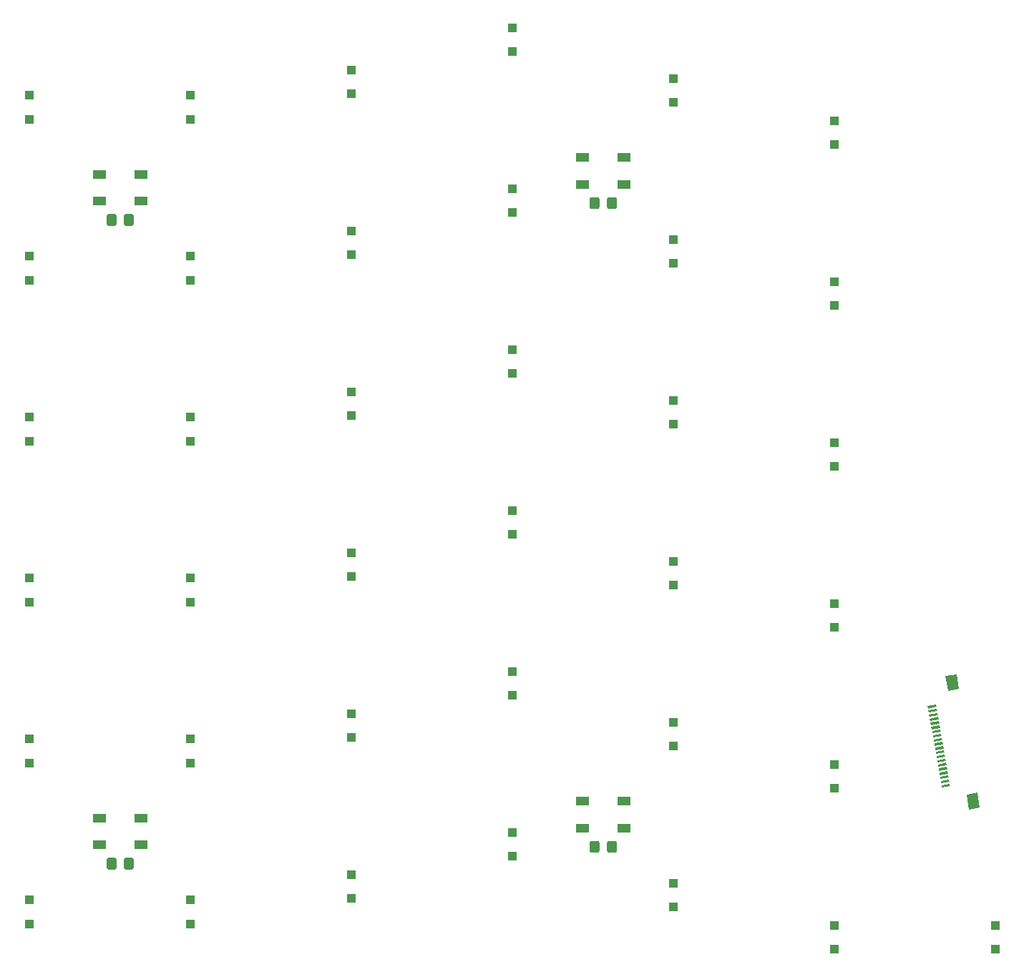
<source format=gbp>
G04 #@! TF.GenerationSoftware,KiCad,Pcbnew,5.1.5+dfsg1-2build2*
G04 #@! TF.CreationDate,2020-05-17T17:42:05-07:00*
G04 #@! TF.ProjectId,triad_left,74726961-645f-46c6-9566-742e6b696361,rev?*
G04 #@! TF.SameCoordinates,Original*
G04 #@! TF.FileFunction,Paste,Bot*
G04 #@! TF.FilePolarity,Positive*
%FSLAX46Y46*%
G04 Gerber Fmt 4.6, Leading zero omitted, Abs format (unit mm)*
G04 Created by KiCad (PCBNEW 5.1.5+dfsg1-2build2) date 2020-05-17 17:42:05*
%MOMM*%
%LPD*%
G04 APERTURE LIST*
%ADD10R,1.100000X1.100000*%
%ADD11R,1.500000X1.000000*%
%ADD12C,0.100000*%
G04 APERTURE END LIST*
D10*
X47562500Y-36275000D03*
X47562500Y-33475000D03*
X66612500Y-33475000D03*
X66612500Y-36275000D03*
X85662500Y-33275000D03*
X85662500Y-30475000D03*
X104712500Y-28275000D03*
X104712500Y-25475000D03*
X123762500Y-34275000D03*
X123762500Y-31475000D03*
X142812500Y-36475000D03*
X142812500Y-39275000D03*
X47562500Y-55325000D03*
X47562500Y-52525000D03*
X66612500Y-52525000D03*
X66612500Y-55325000D03*
X85662500Y-52325000D03*
X85662500Y-49525000D03*
X104712500Y-44525000D03*
X104712500Y-47325000D03*
X123762500Y-53325000D03*
X123762500Y-50525000D03*
X142812500Y-55525000D03*
X142812500Y-58325000D03*
X47562500Y-74375000D03*
X47562500Y-71575000D03*
X66612500Y-71575000D03*
X66612500Y-74375000D03*
X85662500Y-68575000D03*
X85662500Y-71375000D03*
X104712500Y-66374999D03*
X104712500Y-63574999D03*
X123762500Y-69575000D03*
X123762500Y-72375000D03*
X142812500Y-77375000D03*
X142812500Y-74575000D03*
X47562500Y-93425000D03*
X47562500Y-90625000D03*
X66612500Y-90625000D03*
X66612500Y-93425000D03*
X85662500Y-87625000D03*
X85662500Y-90425000D03*
X104712500Y-85425000D03*
X104712500Y-82625000D03*
X123762500Y-88625000D03*
X123762500Y-91425000D03*
X142812500Y-96425000D03*
X142812500Y-93625000D03*
X47562500Y-109675000D03*
X47562500Y-112475000D03*
X66612500Y-112475000D03*
X66612500Y-109675000D03*
X85662500Y-106675000D03*
X85662500Y-109475000D03*
X104712500Y-104475000D03*
X104712500Y-101675000D03*
X123762500Y-107675000D03*
X123762500Y-110475000D03*
X142812500Y-115475000D03*
X142812500Y-112675000D03*
X161862499Y-131725000D03*
X161862499Y-134525000D03*
X47562500Y-128725000D03*
X47562500Y-131525000D03*
X66612500Y-131525000D03*
X66612500Y-128725000D03*
X85662500Y-125725000D03*
X85662500Y-128525000D03*
X104712500Y-123525000D03*
X104712500Y-120725000D03*
X123762500Y-126725000D03*
X123762500Y-129525000D03*
X142812500Y-134525000D03*
X142812500Y-131725000D03*
D11*
X117950000Y-117000000D03*
X117950000Y-120200000D03*
X113050000Y-117000000D03*
X113050000Y-120200000D03*
X55900000Y-122200000D03*
X55900000Y-119000000D03*
X60800000Y-122200000D03*
X60800000Y-119000000D03*
X55900000Y-46000000D03*
X55900000Y-42800000D03*
X60800000Y-46000000D03*
X60800000Y-42800000D03*
X117950000Y-40800000D03*
X117950000Y-44000000D03*
X113050000Y-40800000D03*
X113050000Y-44000000D03*
D12*
G36*
X155534812Y-115104402D02*
G01*
X156519620Y-114930754D01*
X156570846Y-115221272D01*
X155586038Y-115394920D01*
X155534812Y-115104402D01*
G37*
G36*
X155447988Y-114611998D02*
G01*
X156432796Y-114438350D01*
X156484022Y-114728868D01*
X155499214Y-114902516D01*
X155447988Y-114611998D01*
G37*
G36*
X155361164Y-114119594D02*
G01*
X156345972Y-113945946D01*
X156397198Y-114236464D01*
X155412390Y-114410112D01*
X155361164Y-114119594D01*
G37*
G36*
X155274340Y-113627190D02*
G01*
X156259148Y-113453542D01*
X156310374Y-113744060D01*
X155325566Y-113917708D01*
X155274340Y-113627190D01*
G37*
G36*
X155187515Y-113134786D02*
G01*
X156172323Y-112961138D01*
X156223549Y-113251656D01*
X155238741Y-113425304D01*
X155187515Y-113134786D01*
G37*
G36*
X155100691Y-112642382D02*
G01*
X156085499Y-112468734D01*
X156136725Y-112759252D01*
X155151917Y-112932900D01*
X155100691Y-112642382D01*
G37*
G36*
X155013867Y-112149979D02*
G01*
X155998675Y-111976331D01*
X156049901Y-112266849D01*
X155065093Y-112440497D01*
X155013867Y-112149979D01*
G37*
G36*
X154927043Y-111657575D02*
G01*
X155911851Y-111483927D01*
X155963077Y-111774445D01*
X154978269Y-111948093D01*
X154927043Y-111657575D01*
G37*
G36*
X154840219Y-111165171D02*
G01*
X155825027Y-110991523D01*
X155876253Y-111282041D01*
X154891445Y-111455689D01*
X154840219Y-111165171D01*
G37*
G36*
X154753395Y-110672767D02*
G01*
X155738203Y-110499119D01*
X155789429Y-110789637D01*
X154804621Y-110963285D01*
X154753395Y-110672767D01*
G37*
G36*
X154666571Y-110180363D02*
G01*
X155651379Y-110006715D01*
X155702605Y-110297233D01*
X154717797Y-110470881D01*
X154666571Y-110180363D01*
G37*
G36*
X154579747Y-109687959D02*
G01*
X155564555Y-109514311D01*
X155615781Y-109804829D01*
X154630973Y-109978477D01*
X154579747Y-109687959D01*
G37*
G36*
X154492923Y-109195555D02*
G01*
X155477731Y-109021907D01*
X155528957Y-109312425D01*
X154544149Y-109486073D01*
X154492923Y-109195555D01*
G37*
G36*
X154406099Y-108703151D02*
G01*
X155390907Y-108529503D01*
X155442133Y-108820021D01*
X154457325Y-108993669D01*
X154406099Y-108703151D01*
G37*
G36*
X154319275Y-108210748D02*
G01*
X155304083Y-108037100D01*
X155355309Y-108327618D01*
X154370501Y-108501266D01*
X154319275Y-108210748D01*
G37*
G36*
X154232451Y-107718344D02*
G01*
X155217259Y-107544696D01*
X155268485Y-107835214D01*
X154283677Y-108008862D01*
X154232451Y-107718344D01*
G37*
G36*
X154145626Y-107225940D02*
G01*
X155130434Y-107052292D01*
X155181660Y-107342810D01*
X154196852Y-107516458D01*
X154145626Y-107225940D01*
G37*
G36*
X154058802Y-106733536D02*
G01*
X155043610Y-106559888D01*
X155094836Y-106850406D01*
X154110028Y-107024054D01*
X154058802Y-106733536D01*
G37*
G36*
X153971978Y-106241132D02*
G01*
X154956786Y-106067484D01*
X155008012Y-106358002D01*
X154023204Y-106531650D01*
X153971978Y-106241132D01*
G37*
G36*
X153885154Y-105748728D02*
G01*
X154869962Y-105575080D01*
X154921188Y-105865598D01*
X153936380Y-106039246D01*
X153885154Y-105748728D01*
G37*
G36*
X156005391Y-102224512D02*
G01*
X157285642Y-101998770D01*
X157592131Y-103736956D01*
X156311880Y-103962698D01*
X156005391Y-102224512D01*
G37*
G36*
X158477273Y-116243250D02*
G01*
X159757524Y-116017508D01*
X160064013Y-117755694D01*
X158783762Y-117981436D01*
X158477273Y-116243250D01*
G37*
G36*
X116874505Y-121711204D02*
G01*
X116898773Y-121714804D01*
X116922572Y-121720765D01*
X116945671Y-121729030D01*
X116967850Y-121739520D01*
X116988893Y-121752132D01*
X117008599Y-121766747D01*
X117026777Y-121783223D01*
X117043253Y-121801401D01*
X117057868Y-121821107D01*
X117070480Y-121842150D01*
X117080970Y-121864329D01*
X117089235Y-121887428D01*
X117095196Y-121911227D01*
X117098796Y-121935495D01*
X117100000Y-121959999D01*
X117100000Y-122860001D01*
X117098796Y-122884505D01*
X117095196Y-122908773D01*
X117089235Y-122932572D01*
X117080970Y-122955671D01*
X117070480Y-122977850D01*
X117057868Y-122998893D01*
X117043253Y-123018599D01*
X117026777Y-123036777D01*
X117008599Y-123053253D01*
X116988893Y-123067868D01*
X116967850Y-123080480D01*
X116945671Y-123090970D01*
X116922572Y-123099235D01*
X116898773Y-123105196D01*
X116874505Y-123108796D01*
X116850001Y-123110000D01*
X116199999Y-123110000D01*
X116175495Y-123108796D01*
X116151227Y-123105196D01*
X116127428Y-123099235D01*
X116104329Y-123090970D01*
X116082150Y-123080480D01*
X116061107Y-123067868D01*
X116041401Y-123053253D01*
X116023223Y-123036777D01*
X116006747Y-123018599D01*
X115992132Y-122998893D01*
X115979520Y-122977850D01*
X115969030Y-122955671D01*
X115960765Y-122932572D01*
X115954804Y-122908773D01*
X115951204Y-122884505D01*
X115950000Y-122860001D01*
X115950000Y-121959999D01*
X115951204Y-121935495D01*
X115954804Y-121911227D01*
X115960765Y-121887428D01*
X115969030Y-121864329D01*
X115979520Y-121842150D01*
X115992132Y-121821107D01*
X116006747Y-121801401D01*
X116023223Y-121783223D01*
X116041401Y-121766747D01*
X116061107Y-121752132D01*
X116082150Y-121739520D01*
X116104329Y-121729030D01*
X116127428Y-121720765D01*
X116151227Y-121714804D01*
X116175495Y-121711204D01*
X116199999Y-121710000D01*
X116850001Y-121710000D01*
X116874505Y-121711204D01*
G37*
G36*
X114824505Y-121711204D02*
G01*
X114848773Y-121714804D01*
X114872572Y-121720765D01*
X114895671Y-121729030D01*
X114917850Y-121739520D01*
X114938893Y-121752132D01*
X114958599Y-121766747D01*
X114976777Y-121783223D01*
X114993253Y-121801401D01*
X115007868Y-121821107D01*
X115020480Y-121842150D01*
X115030970Y-121864329D01*
X115039235Y-121887428D01*
X115045196Y-121911227D01*
X115048796Y-121935495D01*
X115050000Y-121959999D01*
X115050000Y-122860001D01*
X115048796Y-122884505D01*
X115045196Y-122908773D01*
X115039235Y-122932572D01*
X115030970Y-122955671D01*
X115020480Y-122977850D01*
X115007868Y-122998893D01*
X114993253Y-123018599D01*
X114976777Y-123036777D01*
X114958599Y-123053253D01*
X114938893Y-123067868D01*
X114917850Y-123080480D01*
X114895671Y-123090970D01*
X114872572Y-123099235D01*
X114848773Y-123105196D01*
X114824505Y-123108796D01*
X114800001Y-123110000D01*
X114149999Y-123110000D01*
X114125495Y-123108796D01*
X114101227Y-123105196D01*
X114077428Y-123099235D01*
X114054329Y-123090970D01*
X114032150Y-123080480D01*
X114011107Y-123067868D01*
X113991401Y-123053253D01*
X113973223Y-123036777D01*
X113956747Y-123018599D01*
X113942132Y-122998893D01*
X113929520Y-122977850D01*
X113919030Y-122955671D01*
X113910765Y-122932572D01*
X113904804Y-122908773D01*
X113901204Y-122884505D01*
X113900000Y-122860001D01*
X113900000Y-121959999D01*
X113901204Y-121935495D01*
X113904804Y-121911227D01*
X113910765Y-121887428D01*
X113919030Y-121864329D01*
X113929520Y-121842150D01*
X113942132Y-121821107D01*
X113956747Y-121801401D01*
X113973223Y-121783223D01*
X113991401Y-121766747D01*
X114011107Y-121752132D01*
X114032150Y-121739520D01*
X114054329Y-121729030D01*
X114077428Y-121720765D01*
X114101227Y-121714804D01*
X114125495Y-121711204D01*
X114149999Y-121710000D01*
X114800001Y-121710000D01*
X114824505Y-121711204D01*
G37*
G36*
X57674505Y-123711204D02*
G01*
X57698773Y-123714804D01*
X57722572Y-123720765D01*
X57745671Y-123729030D01*
X57767850Y-123739520D01*
X57788893Y-123752132D01*
X57808599Y-123766747D01*
X57826777Y-123783223D01*
X57843253Y-123801401D01*
X57857868Y-123821107D01*
X57870480Y-123842150D01*
X57880970Y-123864329D01*
X57889235Y-123887428D01*
X57895196Y-123911227D01*
X57898796Y-123935495D01*
X57900000Y-123959999D01*
X57900000Y-124860001D01*
X57898796Y-124884505D01*
X57895196Y-124908773D01*
X57889235Y-124932572D01*
X57880970Y-124955671D01*
X57870480Y-124977850D01*
X57857868Y-124998893D01*
X57843253Y-125018599D01*
X57826777Y-125036777D01*
X57808599Y-125053253D01*
X57788893Y-125067868D01*
X57767850Y-125080480D01*
X57745671Y-125090970D01*
X57722572Y-125099235D01*
X57698773Y-125105196D01*
X57674505Y-125108796D01*
X57650001Y-125110000D01*
X56999999Y-125110000D01*
X56975495Y-125108796D01*
X56951227Y-125105196D01*
X56927428Y-125099235D01*
X56904329Y-125090970D01*
X56882150Y-125080480D01*
X56861107Y-125067868D01*
X56841401Y-125053253D01*
X56823223Y-125036777D01*
X56806747Y-125018599D01*
X56792132Y-124998893D01*
X56779520Y-124977850D01*
X56769030Y-124955671D01*
X56760765Y-124932572D01*
X56754804Y-124908773D01*
X56751204Y-124884505D01*
X56750000Y-124860001D01*
X56750000Y-123959999D01*
X56751204Y-123935495D01*
X56754804Y-123911227D01*
X56760765Y-123887428D01*
X56769030Y-123864329D01*
X56779520Y-123842150D01*
X56792132Y-123821107D01*
X56806747Y-123801401D01*
X56823223Y-123783223D01*
X56841401Y-123766747D01*
X56861107Y-123752132D01*
X56882150Y-123739520D01*
X56904329Y-123729030D01*
X56927428Y-123720765D01*
X56951227Y-123714804D01*
X56975495Y-123711204D01*
X56999999Y-123710000D01*
X57650001Y-123710000D01*
X57674505Y-123711204D01*
G37*
G36*
X59724505Y-123711204D02*
G01*
X59748773Y-123714804D01*
X59772572Y-123720765D01*
X59795671Y-123729030D01*
X59817850Y-123739520D01*
X59838893Y-123752132D01*
X59858599Y-123766747D01*
X59876777Y-123783223D01*
X59893253Y-123801401D01*
X59907868Y-123821107D01*
X59920480Y-123842150D01*
X59930970Y-123864329D01*
X59939235Y-123887428D01*
X59945196Y-123911227D01*
X59948796Y-123935495D01*
X59950000Y-123959999D01*
X59950000Y-124860001D01*
X59948796Y-124884505D01*
X59945196Y-124908773D01*
X59939235Y-124932572D01*
X59930970Y-124955671D01*
X59920480Y-124977850D01*
X59907868Y-124998893D01*
X59893253Y-125018599D01*
X59876777Y-125036777D01*
X59858599Y-125053253D01*
X59838893Y-125067868D01*
X59817850Y-125080480D01*
X59795671Y-125090970D01*
X59772572Y-125099235D01*
X59748773Y-125105196D01*
X59724505Y-125108796D01*
X59700001Y-125110000D01*
X59049999Y-125110000D01*
X59025495Y-125108796D01*
X59001227Y-125105196D01*
X58977428Y-125099235D01*
X58954329Y-125090970D01*
X58932150Y-125080480D01*
X58911107Y-125067868D01*
X58891401Y-125053253D01*
X58873223Y-125036777D01*
X58856747Y-125018599D01*
X58842132Y-124998893D01*
X58829520Y-124977850D01*
X58819030Y-124955671D01*
X58810765Y-124932572D01*
X58804804Y-124908773D01*
X58801204Y-124884505D01*
X58800000Y-124860001D01*
X58800000Y-123959999D01*
X58801204Y-123935495D01*
X58804804Y-123911227D01*
X58810765Y-123887428D01*
X58819030Y-123864329D01*
X58829520Y-123842150D01*
X58842132Y-123821107D01*
X58856747Y-123801401D01*
X58873223Y-123783223D01*
X58891401Y-123766747D01*
X58911107Y-123752132D01*
X58932150Y-123739520D01*
X58954329Y-123729030D01*
X58977428Y-123720765D01*
X59001227Y-123714804D01*
X59025495Y-123711204D01*
X59049999Y-123710000D01*
X59700001Y-123710000D01*
X59724505Y-123711204D01*
G37*
G36*
X57674505Y-47511204D02*
G01*
X57698773Y-47514804D01*
X57722572Y-47520765D01*
X57745671Y-47529030D01*
X57767850Y-47539520D01*
X57788893Y-47552132D01*
X57808599Y-47566747D01*
X57826777Y-47583223D01*
X57843253Y-47601401D01*
X57857868Y-47621107D01*
X57870480Y-47642150D01*
X57880970Y-47664329D01*
X57889235Y-47687428D01*
X57895196Y-47711227D01*
X57898796Y-47735495D01*
X57900000Y-47759999D01*
X57900000Y-48660001D01*
X57898796Y-48684505D01*
X57895196Y-48708773D01*
X57889235Y-48732572D01*
X57880970Y-48755671D01*
X57870480Y-48777850D01*
X57857868Y-48798893D01*
X57843253Y-48818599D01*
X57826777Y-48836777D01*
X57808599Y-48853253D01*
X57788893Y-48867868D01*
X57767850Y-48880480D01*
X57745671Y-48890970D01*
X57722572Y-48899235D01*
X57698773Y-48905196D01*
X57674505Y-48908796D01*
X57650001Y-48910000D01*
X56999999Y-48910000D01*
X56975495Y-48908796D01*
X56951227Y-48905196D01*
X56927428Y-48899235D01*
X56904329Y-48890970D01*
X56882150Y-48880480D01*
X56861107Y-48867868D01*
X56841401Y-48853253D01*
X56823223Y-48836777D01*
X56806747Y-48818599D01*
X56792132Y-48798893D01*
X56779520Y-48777850D01*
X56769030Y-48755671D01*
X56760765Y-48732572D01*
X56754804Y-48708773D01*
X56751204Y-48684505D01*
X56750000Y-48660001D01*
X56750000Y-47759999D01*
X56751204Y-47735495D01*
X56754804Y-47711227D01*
X56760765Y-47687428D01*
X56769030Y-47664329D01*
X56779520Y-47642150D01*
X56792132Y-47621107D01*
X56806747Y-47601401D01*
X56823223Y-47583223D01*
X56841401Y-47566747D01*
X56861107Y-47552132D01*
X56882150Y-47539520D01*
X56904329Y-47529030D01*
X56927428Y-47520765D01*
X56951227Y-47514804D01*
X56975495Y-47511204D01*
X56999999Y-47510000D01*
X57650001Y-47510000D01*
X57674505Y-47511204D01*
G37*
G36*
X59724505Y-47511204D02*
G01*
X59748773Y-47514804D01*
X59772572Y-47520765D01*
X59795671Y-47529030D01*
X59817850Y-47539520D01*
X59838893Y-47552132D01*
X59858599Y-47566747D01*
X59876777Y-47583223D01*
X59893253Y-47601401D01*
X59907868Y-47621107D01*
X59920480Y-47642150D01*
X59930970Y-47664329D01*
X59939235Y-47687428D01*
X59945196Y-47711227D01*
X59948796Y-47735495D01*
X59950000Y-47759999D01*
X59950000Y-48660001D01*
X59948796Y-48684505D01*
X59945196Y-48708773D01*
X59939235Y-48732572D01*
X59930970Y-48755671D01*
X59920480Y-48777850D01*
X59907868Y-48798893D01*
X59893253Y-48818599D01*
X59876777Y-48836777D01*
X59858599Y-48853253D01*
X59838893Y-48867868D01*
X59817850Y-48880480D01*
X59795671Y-48890970D01*
X59772572Y-48899235D01*
X59748773Y-48905196D01*
X59724505Y-48908796D01*
X59700001Y-48910000D01*
X59049999Y-48910000D01*
X59025495Y-48908796D01*
X59001227Y-48905196D01*
X58977428Y-48899235D01*
X58954329Y-48890970D01*
X58932150Y-48880480D01*
X58911107Y-48867868D01*
X58891401Y-48853253D01*
X58873223Y-48836777D01*
X58856747Y-48818599D01*
X58842132Y-48798893D01*
X58829520Y-48777850D01*
X58819030Y-48755671D01*
X58810765Y-48732572D01*
X58804804Y-48708773D01*
X58801204Y-48684505D01*
X58800000Y-48660001D01*
X58800000Y-47759999D01*
X58801204Y-47735495D01*
X58804804Y-47711227D01*
X58810765Y-47687428D01*
X58819030Y-47664329D01*
X58829520Y-47642150D01*
X58842132Y-47621107D01*
X58856747Y-47601401D01*
X58873223Y-47583223D01*
X58891401Y-47566747D01*
X58911107Y-47552132D01*
X58932150Y-47539520D01*
X58954329Y-47529030D01*
X58977428Y-47520765D01*
X59001227Y-47514804D01*
X59025495Y-47511204D01*
X59049999Y-47510000D01*
X59700001Y-47510000D01*
X59724505Y-47511204D01*
G37*
G36*
X116874505Y-45511204D02*
G01*
X116898773Y-45514804D01*
X116922572Y-45520765D01*
X116945671Y-45529030D01*
X116967850Y-45539520D01*
X116988893Y-45552132D01*
X117008599Y-45566747D01*
X117026777Y-45583223D01*
X117043253Y-45601401D01*
X117057868Y-45621107D01*
X117070480Y-45642150D01*
X117080970Y-45664329D01*
X117089235Y-45687428D01*
X117095196Y-45711227D01*
X117098796Y-45735495D01*
X117100000Y-45759999D01*
X117100000Y-46660001D01*
X117098796Y-46684505D01*
X117095196Y-46708773D01*
X117089235Y-46732572D01*
X117080970Y-46755671D01*
X117070480Y-46777850D01*
X117057868Y-46798893D01*
X117043253Y-46818599D01*
X117026777Y-46836777D01*
X117008599Y-46853253D01*
X116988893Y-46867868D01*
X116967850Y-46880480D01*
X116945671Y-46890970D01*
X116922572Y-46899235D01*
X116898773Y-46905196D01*
X116874505Y-46908796D01*
X116850001Y-46910000D01*
X116199999Y-46910000D01*
X116175495Y-46908796D01*
X116151227Y-46905196D01*
X116127428Y-46899235D01*
X116104329Y-46890970D01*
X116082150Y-46880480D01*
X116061107Y-46867868D01*
X116041401Y-46853253D01*
X116023223Y-46836777D01*
X116006747Y-46818599D01*
X115992132Y-46798893D01*
X115979520Y-46777850D01*
X115969030Y-46755671D01*
X115960765Y-46732572D01*
X115954804Y-46708773D01*
X115951204Y-46684505D01*
X115950000Y-46660001D01*
X115950000Y-45759999D01*
X115951204Y-45735495D01*
X115954804Y-45711227D01*
X115960765Y-45687428D01*
X115969030Y-45664329D01*
X115979520Y-45642150D01*
X115992132Y-45621107D01*
X116006747Y-45601401D01*
X116023223Y-45583223D01*
X116041401Y-45566747D01*
X116061107Y-45552132D01*
X116082150Y-45539520D01*
X116104329Y-45529030D01*
X116127428Y-45520765D01*
X116151227Y-45514804D01*
X116175495Y-45511204D01*
X116199999Y-45510000D01*
X116850001Y-45510000D01*
X116874505Y-45511204D01*
G37*
G36*
X114824505Y-45511204D02*
G01*
X114848773Y-45514804D01*
X114872572Y-45520765D01*
X114895671Y-45529030D01*
X114917850Y-45539520D01*
X114938893Y-45552132D01*
X114958599Y-45566747D01*
X114976777Y-45583223D01*
X114993253Y-45601401D01*
X115007868Y-45621107D01*
X115020480Y-45642150D01*
X115030970Y-45664329D01*
X115039235Y-45687428D01*
X115045196Y-45711227D01*
X115048796Y-45735495D01*
X115050000Y-45759999D01*
X115050000Y-46660001D01*
X115048796Y-46684505D01*
X115045196Y-46708773D01*
X115039235Y-46732572D01*
X115030970Y-46755671D01*
X115020480Y-46777850D01*
X115007868Y-46798893D01*
X114993253Y-46818599D01*
X114976777Y-46836777D01*
X114958599Y-46853253D01*
X114938893Y-46867868D01*
X114917850Y-46880480D01*
X114895671Y-46890970D01*
X114872572Y-46899235D01*
X114848773Y-46905196D01*
X114824505Y-46908796D01*
X114800001Y-46910000D01*
X114149999Y-46910000D01*
X114125495Y-46908796D01*
X114101227Y-46905196D01*
X114077428Y-46899235D01*
X114054329Y-46890970D01*
X114032150Y-46880480D01*
X114011107Y-46867868D01*
X113991401Y-46853253D01*
X113973223Y-46836777D01*
X113956747Y-46818599D01*
X113942132Y-46798893D01*
X113929520Y-46777850D01*
X113919030Y-46755671D01*
X113910765Y-46732572D01*
X113904804Y-46708773D01*
X113901204Y-46684505D01*
X113900000Y-46660001D01*
X113900000Y-45759999D01*
X113901204Y-45735495D01*
X113904804Y-45711227D01*
X113910765Y-45687428D01*
X113919030Y-45664329D01*
X113929520Y-45642150D01*
X113942132Y-45621107D01*
X113956747Y-45601401D01*
X113973223Y-45583223D01*
X113991401Y-45566747D01*
X114011107Y-45552132D01*
X114032150Y-45539520D01*
X114054329Y-45529030D01*
X114077428Y-45520765D01*
X114101227Y-45514804D01*
X114125495Y-45511204D01*
X114149999Y-45510000D01*
X114800001Y-45510000D01*
X114824505Y-45511204D01*
G37*
M02*

</source>
